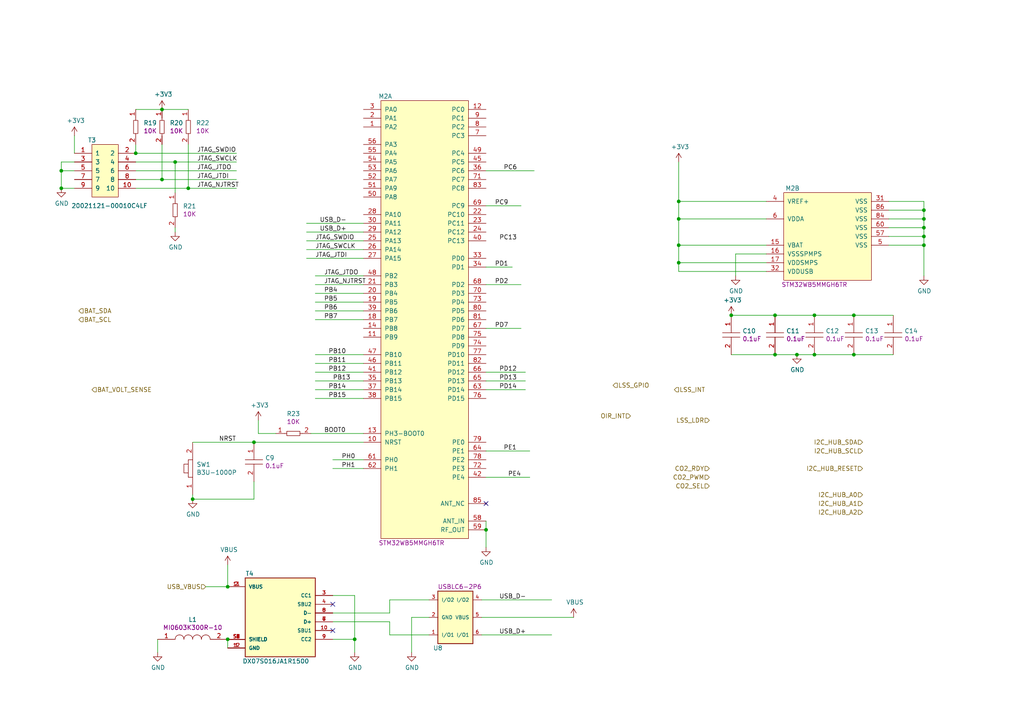
<source format=kicad_sch>
(kicad_sch (version 20231120) (generator "eeschema") (generator_version "8.0")
  (paper "A4")
  (junction (at 231.14 102.87))
  (junction (at 224.79 102.87))
  (junction (at 267.97 63.5))
  (junction (at 267.97 71.12))
  (junction (at 267.97 66.04))
  (junction (at 247.65 91.44))
  (junction (at 196.85 71.12))
  (junction (at 140.97 153.67))
  (junction (at 55.88 144.78))
  (junction (at 212.09 91.44))
  (junction (at 54.61 54.61))
  (junction (at 73.66 128.27))
  (junction (at 247.65 102.87))
  (junction (at 46.99 52.07))
  (junction (at 66.04 185.42))
  (junction (at 236.22 102.87))
  (junction (at 39.37 44.45))
  (junction (at 46.99 31.75))
  (junction (at 236.22 91.44))
  (junction (at 224.79 91.44))
  (junction (at 66.04 170.18))
  (junction (at 50.8 46.99))
  (junction (at 267.97 68.58))
  (junction (at 196.85 63.5))
  (junction (at 196.85 76.2))
  (junction (at 17.78 49.53))
  (junction (at 196.85 58.42))
  (junction (at 102.87 185.42))
  (junction (at 17.78 54.61))
  (junction (at 267.97 60.96))
  (no_connect (at 96.52 182.88))
  (no_connect (at 140.97 146.05))
  (no_connect (at 96.52 175.26))
  (wire (pts (xy 74.93 121.92) (xy 74.93 125.73)))
  (wire (pts (xy 105.41 80.01) (xy 91.44 80.01)))
  (wire (pts (xy 259.08 91.44) (xy 247.65 91.44)))
  (wire (pts (xy 105.41 69.85) (xy 88.9 69.85)))
  (wire (pts (xy 66.04 170.18) (xy 59.69 170.18)))
  (wire (pts (xy 267.97 58.42) (xy 267.97 60.96)))
  (wire (pts (xy 140.97 153.67) (xy 140.97 158.75)))
  (wire (pts (xy 91.44 110.49) (xy 105.41 110.49)))
  (wire (pts (xy 105.41 113.03) (xy 91.44 113.03)))
  (wire (pts (xy 45.72 185.42) (xy 45.72 189.23)))
  (wire (pts (xy 105.41 133.35) (xy 96.52 133.35)))
  (wire (pts (xy 105.41 107.95) (xy 91.44 107.95)))
  (wire (pts (xy 236.22 91.44) (xy 247.65 91.44)))
  (wire (pts (xy 21.59 49.53) (xy 17.78 49.53)))
  (wire (pts (xy 222.25 73.66) (xy 213.36 73.66)))
  (wire (pts (xy 105.41 85.09) (xy 91.44 85.09)))
  (wire (pts (xy 68.58 44.45) (xy 39.37 44.45)))
  (wire (pts (xy 105.41 87.63) (xy 91.44 87.63)))
  (wire (pts (xy 196.85 63.5) (xy 196.85 58.42)))
  (wire (pts (xy 74.93 125.73) (xy 80.01 125.73)))
  (wire (pts (xy 105.41 72.39) (xy 88.9 72.39)))
  (wire (pts (xy 55.88 143.51) (xy 55.88 144.78)))
  (wire (pts (xy 224.79 102.87) (xy 231.14 102.87)))
  (wire (pts (xy 96.52 172.72) (xy 102.87 172.72)))
  (wire (pts (xy 257.81 66.04) (xy 267.97 66.04)))
  (wire (pts (xy 50.8 46.99) (xy 68.58 46.99)))
  (wire (pts (xy 212.09 102.87) (xy 224.79 102.87)))
  (wire (pts (xy 105.41 90.17) (xy 91.44 90.17)))
  (wire (pts (xy 73.66 144.78) (xy 73.66 139.7)))
  (wire (pts (xy 113.03 180.34) (xy 113.03 184.15)))
  (wire (pts (xy 140.97 130.81) (xy 153.67 130.81)))
  (wire (pts (xy 140.97 59.69) (xy 151.13 59.69)))
  (wire (pts (xy 140.97 95.25) (xy 151.13 95.25)))
  (wire (pts (xy 231.14 102.87) (xy 236.22 102.87)))
  (wire (pts (xy 68.58 49.53) (xy 39.37 49.53)))
  (wire (pts (xy 105.41 67.31) (xy 88.9 67.31)))
  (wire (pts (xy 105.41 82.55) (xy 91.44 82.55)))
  (wire (pts (xy 105.41 135.89) (xy 96.52 135.89)))
  (wire (pts (xy 139.7 173.99) (xy 160.02 173.99)))
  (wire (pts (xy 267.97 60.96) (xy 267.97 63.5)))
  (wire (pts (xy 140.97 151.13) (xy 140.97 153.67)))
  (wire (pts (xy 140.97 110.49) (xy 152.4 110.49)))
  (wire (pts (xy 21.59 54.61) (xy 17.78 54.61)))
  (wire (pts (xy 54.61 54.61) (xy 39.37 54.61)))
  (wire (pts (xy 39.37 52.07) (xy 46.99 52.07)))
  (wire (pts (xy 212.09 91.44) (xy 224.79 91.44)))
  (wire (pts (xy 46.99 31.75) (xy 39.37 31.75)))
  (wire (pts (xy 267.97 71.12) (xy 267.97 80.01)))
  (wire (pts (xy 222.25 71.12) (xy 196.85 71.12)))
  (wire (pts (xy 139.7 179.07) (xy 166.37 179.07)))
  (wire (pts (xy 50.8 67.31) (xy 50.8 66.04)))
  (wire (pts (xy 96.52 177.8) (xy 113.03 177.8)))
  (wire (pts (xy 140.97 138.43) (xy 153.67 138.43)))
  (wire (pts (xy 113.03 177.8) (xy 113.03 173.99)))
  (wire (pts (xy 257.81 60.96) (xy 267.97 60.96)))
  (wire (pts (xy 236.22 102.87) (xy 247.65 102.87)))
  (wire (pts (xy 196.85 58.42) (xy 196.85 46.99)))
  (wire (pts (xy 222.25 63.5) (xy 196.85 63.5)))
  (wire (pts (xy 96.52 180.34) (xy 113.03 180.34)))
  (wire (pts (xy 105.41 64.77) (xy 88.9 64.77)))
  (wire (pts (xy 196.85 78.74) (xy 222.25 78.74)))
  (wire (pts (xy 267.97 63.5) (xy 267.97 66.04)))
  (wire (pts (xy 105.41 125.73) (xy 90.17 125.73)))
  (wire (pts (xy 17.78 46.99) (xy 17.78 49.53)))
  (wire (pts (xy 124.46 179.07) (xy 119.38 179.07)))
  (wire (pts (xy 196.85 71.12) (xy 196.85 63.5)))
  (wire (pts (xy 21.59 44.45) (xy 21.59 39.37)))
  (wire (pts (xy 213.36 73.66) (xy 213.36 80.01)))
  (wire (pts (xy 267.97 68.58) (xy 267.97 71.12)))
  (wire (pts (xy 139.7 184.15) (xy 160.02 184.15)))
  (wire (pts (xy 46.99 41.91) (xy 46.99 52.07)))
  (wire (pts (xy 54.61 31.75) (xy 46.99 31.75)))
  (wire (pts (xy 102.87 185.42) (xy 96.52 185.42)))
  (wire (pts (xy 113.03 173.99) (xy 124.46 173.99)))
  (wire (pts (xy 46.99 52.07) (xy 68.58 52.07)))
  (wire (pts (xy 196.85 76.2) (xy 196.85 71.12)))
  (wire (pts (xy 140.97 77.47) (xy 148.59 77.47)))
  (wire (pts (xy 267.97 66.04) (xy 267.97 68.58)))
  (wire (pts (xy 247.65 102.87) (xy 259.08 102.87)))
  (wire (pts (xy 140.97 49.53) (xy 154.94 49.53)))
  (wire (pts (xy 73.66 128.27) (xy 55.88 128.27)))
  (wire (pts (xy 105.41 92.71) (xy 91.44 92.71)))
  (wire (pts (xy 105.41 128.27) (xy 73.66 128.27)))
  (wire (pts (xy 17.78 49.53) (xy 17.78 54.61)))
  (wire (pts (xy 102.87 172.72) (xy 102.87 185.42)))
  (wire (pts (xy 55.88 144.78) (xy 73.66 144.78)))
  (wire (pts (xy 105.41 115.57) (xy 91.44 115.57)))
  (wire (pts (xy 196.85 76.2) (xy 196.85 78.74)))
  (wire (pts (xy 257.81 63.5) (xy 267.97 63.5)))
  (wire (pts (xy 224.79 91.44) (xy 236.22 91.44)))
  (wire (pts (xy 66.04 185.42) (xy 66.04 187.96)))
  (wire (pts (xy 102.87 189.23) (xy 102.87 185.42)))
  (wire (pts (xy 105.41 102.87) (xy 91.44 102.87)))
  (wire (pts (xy 105.41 105.41) (xy 91.44 105.41)))
  (wire (pts (xy 140.97 82.55) (xy 151.13 82.55)))
  (wire (pts (xy 68.58 54.61) (xy 54.61 54.61)))
  (wire (pts (xy 119.38 179.07) (xy 119.38 189.23)))
  (wire (pts (xy 88.9 74.93) (xy 105.41 74.93)))
  (wire (pts (xy 257.81 71.12) (xy 267.97 71.12)))
  (wire (pts (xy 222.25 58.42) (xy 196.85 58.42)))
  (wire (pts (xy 140.97 107.95) (xy 152.4 107.95)))
  (wire (pts (xy 54.61 41.91) (xy 54.61 54.61)))
  (wire (pts (xy 257.81 58.42) (xy 267.97 58.42)))
  (wire (pts (xy 222.25 76.2) (xy 196.85 76.2)))
  (wire (pts (xy 39.37 46.99) (xy 50.8 46.99)))
  (wire (pts (xy 39.37 41.91) (xy 39.37 44.45)))
  (wire (pts (xy 21.59 46.99) (xy 17.78 46.99)))
  (wire (pts (xy 257.81 68.58) (xy 267.97 68.58)))
  (wire (pts (xy 66.04 163.83) (xy 66.04 170.18)))
  (wire (pts (xy 113.03 184.15) (xy 124.46 184.15)))
  (wire (pts (xy 140.97 113.03) (xy 152.4 113.03)))
  (wire (pts (xy 50.8 55.88) (xy 50.8 46.99)))
  (label "PC9" (at 143.51 59.69 0))
  (label "PC6" (at 146.05 49.53 0))
  (label "PD13" (at 144.78 110.49 0))
  (label "PB13" (at 96.52 110.49 0))
  (label "PD7" (at 143.51 95.25 0))
  (label "NRST" (at 63.5 128.27 0))
  (label "JTAG_SWCLK" (at 57.15 46.99 0))
  (label "PD1" (at 143.51 77.47 0))
  (label "USB_D-" (at 144.78 173.99 0))
  (label "USB_D+" (at 144.78 184.15 0))
  (label "PB7" (at 93.98 92.71 0))
  (label "PH1" (at 99.06 135.89 0))
  (label "PC13" (at 144.78 69.85 0))
  (label "BOOT0" (at 93.98 125.73 0))
  (label "PB14" (at 95.25 113.03 0))
  (label "PD12" (at 144.78 107.95 0))
  (label "PD2" (at 143.51 82.55 0))
  (label "PD14" (at 144.78 113.03 0))
  (label "PB15" (at 95.25 115.57 0))
  (label "JTAG_SWDIO" (at 91.44 69.85 0))
  (label "JTAG_JTDO" (at 93.98 80.01 0))
  (label "PE1" (at 146.05 130.81 0))
  (label "PB12" (at 95.25 107.95 0))
  (label "JTAG_NJTRST" (at 93.98 82.55 0))
  (label "JTAG_SWCLK" (at 91.44 72.39 0))
  (label "PB5" (at 93.98 87.63 0))
  (label "JTAG_JTDI" (at 57.15 52.07 0))
  (label "JTAG_NJTRST" (at 57.15 54.61 0))
  (label "JTAG_JTDO" (at 57.15 49.53 0))
  (label "PE4" (at 147.32 138.43 0))
  (label "PB6" (at 93.98 90.17 0))
  (label "PH0" (at 99.06 133.35 0))
  (label "USB_D-" (at 92.71 64.77 0))
  (label "PB4" (at 93.98 85.09 0))
  (label "PB11" (at 95.25 105.41 0))
  (label "JTAG_JTDI" (at 91.44 74.93 0))
  (label "PB10" (at 95.25 102.87 0))
  (label "JTAG_SWDIO" (at 57.15 44.45 0))
  (label "USB_D+" (at 92.71 67.31 0))
  (hierarchical_label "CO2_PWM" (shape input) (at 205.74 138.43 180))
  (hierarchical_label "I2C_HUB_A1" (shape input) (at 250.19 146.05 180))
  (hierarchical_label "USB_VBUS" (shape input) (at 59.69 170.18 180))
  (hierarchical_label "I2C_HUB_A0" (shape input) (at 250.19 143.51 180))
  (hierarchical_label "CO2_SEL" (shape input) (at 205.74 140.97 180))
  (hierarchical_label "CO2_RDY" (shape input) (at 205.74 135.89 180))
  (hierarchical_label "LSS_GPIO" (shape input) (at 177.8 111.76 0))
  (hierarchical_label "I2C_HUB_SCL" (shape input) (at 250.19 130.81 180))
  (hierarchical_label "BAT_VOLT_SENSE" (shape input) (at 26.67 113.03 0))
  (hierarchical_label "BAT_SCL" (shape input) (at 22.86 92.71 0))
  (hierarchical_label "I2C_HUB_SDA" (shape input) (at 250.19 128.27 180))
  (hierarchical_label "BAT_SDA" (shape input) (at 22.86 90.17 0))
  (hierarchical_label "I2C_HUB_A2" (shape input) (at 250.19 148.59 180))
  (hierarchical_label "LSS_INT" (shape input) (at 195.58 113.03 0))
  (hierarchical_label "I2C_HUB_RESET" (shape input) (at 250.19 135.89 180))
  (hierarchical_label "OIR_INT" (shape input) (at 182.88 120.65 180))
  (hierarchical_label "LSS_LDR" (shape input) (at 205.74 121.92 180))
  (symbol (lib_id "AVR-KiCAD-Lib-Modules:STM32WB5MMGH6TR") (at 110.49 29.21 0) (unit 1)
    (property "Reference" "M2" (at 111.76 27.94 0))
    (property "Value" "STM32WB5MMGH6TR" (effects (hide yes)))
    (property "Footprint" "AVR-KiCAD-Lib-Modules:STM32WB5MMGH6TR" (effects (hide yes)))
    (property "Datasheet" "https://www.st.com/resource/en/datasheet/stm32wb5mmg.pdf" (effects (hide yes)))
    (property "Cost QTY: 1" "12.98000" (effects (hide yes)))
    (property "Cost QTY: 1000" "9.01250" (effects (hide yes)))
    (property "Cost QTY: 2500" "*" (effects (hide yes)))
    (property "Cost QTY: 5000" "*" (effects (hide yes)))
    (property "Cost QTY: 10000" "*" (effects (hide yes)))
    (property "MFR" "STMicroelectronics" (effects (hide yes)))
    (property "MFR#" "STM32WB5MMGH6TR" (effects (hide yes)))
    (property "Vendor" "Digikey" (effects (hide yes)))
    (property "Vendor #" "497-STM32WB5MMGH6TR-ND" (effects (hide yes)))
    (property "Designer" "AVR" (effects (hide yes)))
    (property "Height" "1.382mm" (effects (hide yes)))
    (property "Date Created" "2/8/2021" (effects (hide yes)))
    (property "Date Modified" "2/8/2021" (effects (hide yes)))
    (property "Lead-Free ?" "Yes" (effects (hide yes)))
    (property "RoHS Levels" "1" (effects (hide yes)))
    (property "Mounting" "SMT" (effects (hide yes)))
    (property "Pin Count #" "86" (effects (hide yes)))
    (property "Status" "Active" (effects (hide yes)))
    (property "Tolerance" "*" (effects (hide yes)))
    (property "Type" "RF and MCU Integrated Module" (effects (hide yes)))
    (property "Voltage" "1.71-3.6V" (effects (hide yes)))
    (property "Package" "*" (effects (hide yes)))
    (property "Description" "802.15.4, Bluetooth Bluetooth v5.0, Thread, Zigbee® Transceiver Module 2.4GHz Integrated, Chip Surface Mount" (effects (hide yes)))
    (property "_Value_" "STM32WB5MMGH6TR" (at 119.38 157.48 0))
    (property "Management_ID" "*" (effects (hide yes)))
  )
  (symbol (lib_id "AVR-KiCAD-Lib-Modules:STM32WB5MMGH6TR") (at 227.33 55.88 0) (unit 2)
    (property "Reference" "M2" (at 229.87 54.61 0))
    (property "Value" "STM32WB5MMGH6TR" (effects (hide yes)))
    (property "Footprint" "AVR-KiCAD-Lib-Modules:STM32WB5MMGH6TR" (effects (hide yes)))
    (property "Datasheet" "https://www.st.com/resource/en/datasheet/stm32wb5mmg.pdf" (effects (hide yes)))
    (property "Cost QTY: 1" "12.98000" (effects (hide yes)))
    (property "Cost QTY: 1000" "9.01250" (effects (hide yes)))
    (property "Cost QTY: 2500" "*" (effects (hide yes)))
    (property "Cost QTY: 5000" "*" (effects (hide yes)))
    (property "Cost QTY: 10000" "*" (effects (hide yes)))
    (property "MFR" "STMicroelectronics" (effects (hide yes)))
    (property "MFR#" "STM32WB5MMGH6TR" (effects (hide yes)))
    (property "Vendor" "Digikey" (effects (hide yes)))
    (property "Vendor #" "497-STM32WB5MMGH6TR-ND" (effects (hide yes)))
    (property "Designer" "AVR" (effects (hide yes)))
    (property "Height" "1.382mm" (effects (hide yes)))
    (property "Date Created" "2/8/2021" (effects (hide yes)))
    (property "Date Modified" "2/8/2021" (effects (hide yes)))
    (property "Lead-Free ?" "Yes" (effects (hide yes)))
    (property "RoHS Levels" "1" (effects (hide yes)))
    (property "Mounting" "SMT" (effects (hide yes)))
    (property "Pin Count #" "86" (effects (hide yes)))
    (property "Status" "Active" (effects (hide yes)))
    (property "Tolerance" "*" (effects (hide yes)))
    (property "Type" "RF and MCU Integrated Module" (effects (hide yes)))
    (property "Voltage" "1.71-3.6V" (effects (hide yes)))
    (property "Package" "*" (effects (hide yes)))
    (property "Description" "802.15.4, Bluetooth Bluetooth v5.0, Thread, Zigbee® Transceiver Module 2.4GHz Integrated, Chip Surface Mount" (effects (hide yes)))
    (property "_Value_" "STM32WB5MMGH6TR" (at 236.22 82.55 0))
    (property "Management_ID" "*" (effects (hide yes)))
  )
  (symbol (lib_id "SunLeaf-Sense-2.4G-rescue:GND-power") (at 267.97 80.01 0) (unit 1)
    (property "Reference" "#PWR046" (effects (hide yes)))
    (property "Value" "GND" (at 268.097 84.4042 0))
  )
  (symbol (lib_id "AVR-KiCAD-Lib-Connectors:20021121-00010C4LF") (at 26.67 41.91 0) (unit 1)
    (property "Reference" "T3" (at 26.67 40.64 0))
    (property "Value" "20021121-00010C4LF" (at 31.75 59.69 0))
    (property "Footprint" "AVR-KiCAD-Lib-Connectors:20021121-00010C4LF" (effects (hide yes)))
    (property "Datasheet" "https://cdn.amphenol-icc.com/media/wysiwyg/files/drawing/20021121.pdf" (effects (hide yes)))
    (property "Cost QTY: 1" "0.87000" (effects (hide yes)))
    (property "Cost QTY: 1000" "*" (effects (hide yes)))
    (property "Cost QTY: 2500" "*" (effects (hide yes)))
    (property "Cost QTY: 5000" "*" (effects (hide yes)))
    (property "Cost QTY: 10000" "*" (effects (hide yes)))
    (property "MFR" "Amphenol ICC (FCI)" (effects (hide yes)))
    (property "MFR#" "20021121-00010C4LF" (effects (hide yes)))
    (property "Vendor" "Digikey" (effects (hide yes)))
    (property "Vendor #" "609-3695-1-ND" (effects (hide yes)))
    (property "Designer" "AVR" (effects (hide yes)))
    (property "Height" "5.5mm" (effects (hide yes)))
    (property "Date Created" "6/16/2020" (effects (hide yes)))
    (property "Date Modified" "6/16/2020" (effects (hide yes)))
    (property "Lead-Free ?" "Yes" (effects (hide yes)))
    (property "RoHS Levels" "1" (effects (hide yes)))
    (property "Mounting" "SMT" (effects (hide yes)))
    (property "Pin Count #" "10" (effects (hide yes)))
    (property "Status" "Active" (effects (hide yes)))
    (property "Tolerance" "*" (effects (hide yes)))
    (property "Type" "SMT Pin Header" (effects (hide yes)))
    (property "Voltage" "*" (effects (hide yes)))
    (property "Package" "*" (effects (hide yes)))
    (property "Description" "CONN HEADER SMD 10POS 1.27MM" (effects (hide yes)))
    (property "_Value_" "20021121-00010C4LF" (effects (hide yes)))
    (property "Management_ID" "*" (effects (hide yes)))
  )
  (symbol (lib_id "SunLeaf-Sense-2.4G-rescue:+3V3-power") (at 196.85 46.99 0) (unit 1)
    (property "Reference" "#PWR042" (effects (hide yes)))
    (property "Value" "+3V3" (at 197.231 42.5958 0))
  )
  (symbol (lib_id "SunLeaf-Sense-2.4G-rescue:GND-power") (at 213.36 80.01 0) (unit 1)
    (property "Reference" "#PWR044" (effects (hide yes)))
    (property "Value" "GND" (at 213.487 84.4042 0))
  )
  (symbol (lib_id "SunLeaf-Sense-2.4G-rescue:GND-power") (at 140.97 158.75 0) (unit 1)
    (property "Reference" "#PWR040" (effects (hide yes)))
    (property "Value" "GND" (at 141.097 163.1442 0))
  )
  (symbol (lib_id "AVR-KiCAD-Lib-Resistors:RC0402FR-0710KL") (at 85.09 125.73 0) (unit 1)
    (property "Reference" "R23" (at 85.09 120.015 0))
    (property "Value" "RC0402FR-0710KL" (effects (hide yes)))
    (property "Footprint" "AVR-KiCAD-Lib-Resistors:R0402" (effects (hide yes)))
    (property "Datasheet" "https://www.yageo.com/upload/media/product/productsearch/datasheet/rchip/PYu-RC_Group_51_RoHS_L_10.pdf" (effects (hide yes)))
    (property "Cost QTY: 1" "0.10000" (effects (hide yes)))
    (property "Cost QTY: 1000" "0.00289" (effects (hide yes)))
    (property "Cost QTY: 2500" "0.00251" (effects (hide yes)))
    (property "Cost QTY: 5000" "0.00207" (effects (hide yes)))
    (property "Cost QTY: 10000" "*" (effects (hide yes)))
    (property "MFR" "Yageo" (effects (hide yes)))
    (property "MFR#" "RC0402FR-0710KL" (effects (hide yes)))
    (property "Vendor" "Digikey" (effects (hide yes)))
    (property "Vendor #" "311-10.0KLRCT-ND" (effects (hide yes)))
    (property "Designer" "AVR" (effects (hide yes)))
    (property "Height" "0.4mm" (effects (hide yes)))
    (property "Date Created" "12/11/2019" (effects (hide yes)))
    (property "Date Modified" "12/11/2019" (effects (hide yes)))
    (property "Lead-Free ?" "Yes" (effects (hide yes)))
    (property "RoHS Levels" "1" (effects (hide yes)))
    (property "Mounting" "SMT" (effects (hide yes)))
    (property "Pin Count #" "2" (effects (hide yes)))
    (property "Status" "Active" (effects (hide yes)))
    (property "Tolerance" "1%" (effects (hide yes)))
    (property "Type" "Thick FIlm Resistor" (effects (hide yes)))
    (property "Voltage" "*" (effects (hide yes)))
    (property "Package" "0402" (effects (hide yes)))
    (property "_Value_" "10K" (at 85.09 122.3264 0))
    (property "Management_ID" "*" (effects (hide yes)))
    (property "Description" "10 kOhms ±1% 0.063W, 1/16W Chip Resistor 0402 (1005 Metric) Moisture Resistant Thick Film" (effects (hide yes)))
  )
  (symbol (lib_id "AVR-KiCAD-Lib-Mech-Switches:B3U-1000P") (at 55.88 135.89 90) (unit 1)
    (property "Reference" "SW1" (at 56.9976 134.7216 90) (effects (justify right)))
    (property "Value" "B3U-1000P" (at 56.9976 137.033 90) (effects (justify right)))
    (property "Footprint" "AVR-KiCAD-Lib-Mech-Switches:B3U-1000P" (effects (hide yes)))
    (property "Datasheet" "https://omronfs.omron.com/en_US/ecb/products/pdf/en-b3u.pdf" (effects (hide yes)))
    (property "Cost QTY: 1" "0.98000" (effects (hide yes)))
    (property "Cost QTY: 1000" "0.59822" (effects (hide yes)))
    (property "Cost QTY: 2500" "*" (effects (hide yes)))
    (property "Cost QTY: 5000" "*" (effects (hide yes)))
    (property "Cost QTY: 10000" "*" (effects (hide yes)))
    (property "MFR" "Omron Electronics Inc-EMC Div" (effects (hide yes)))
    (property "MFR#" "B3U-1000P" (effects (hide yes)))
    (property "Vendor" "Digikey" (effects (hide yes)))
    (property "Vendor #" "SW1020CT-ND" (effects (hide yes)))
    (property "Designer" "AVR" (effects (hide yes)))
    (property "Height" "1.6mm" (effects (hide yes)))
    (property "Date Created" "6/15/2020" (effects (hide yes)))
    (property "Date Modified" "6/15/2020" (effects (hide yes)))
    (property "Lead-Free ?" "Yes" (effects (hide yes)))
    (property "RoHS Levels" "1" (effects (hide yes)))
    (property "Mounting" "SMT" (effects (hide yes)))
    (property "Pin Count #" "2" (effects (hide yes)))
    (property "Status" "Active" (effects (hide yes)))
    (property "Tolerance" "*" (effects (hide yes)))
    (property "Type" "Switch" (effects (hide yes)))
    (property "Voltage" "*" (effects (hide yes)))
    (property "Package" "Proprietary" (effects (hide yes)))
    (property "Description" "Tactile Switch SPST-NO Top Actuated Surface Mount" (effects (hide yes)))
    (property "_Value_" "B3U-1000P" (effects (hide yes)))
    (property "Management_ID" "*" (effects (hide yes)))
  )
  (symbol (lib_id "AVR-KiCAD-Lib-Capacitors:C0402C104K9PACTU") (at 73.66 133.35 270) (unit 1)
    (property "Reference" "C9" (at 76.9112 132.8166 90) (effects (justify left)))
    (property "Value" "C0402C104K9PACTU" (effects (hide yes)))
    (property "Footprint" "AVR-KiCAD-Lib-Resistors:R0402" (effects (hide yes)))
    (property "Datasheet" "https://content.kemet.com/datasheets/KEM_C1006_X5R_SMD.pdf" (effects (hide yes)))
    (property "Cost QTY: 1" "0.10000" (effects (hide yes)))
    (property "Cost QTY: 1000" "0.01139" (effects (hide yes)))
    (property "Cost QTY: 2500" "0.01035" (effects (hide yes)))
    (property "Cost QTY: 5000" "0.00952" (effects (hide yes)))
    (property "Cost QTY: 10000" "0.00756" (effects (hide yes)))
    (property "MFR" "KEMET" (effects (hide yes)))
    (property "MFR#" "C0402C104K9PACTU" (effects (hide yes)))
    (property "Vendor" "Digikey" (effects (hide yes)))
    (property "Vendor #" "399-3026-6-ND" (effects (hide yes)))
    (property "Designer" "AVR" (effects (hide yes)))
    (property "Height" "0.55mm" (effects (hide yes)))
    (property "Date Created" "12/7/2019" (effects (hide yes)))
    (property "Date Modified" "12/7/2019" (effects (hide yes)))
    (property "Lead-Free ?" "Yes" (effects (hide yes)))
    (property "RoHS Levels" "1" (effects (hide yes)))
    (property "Mounting" "SMT" (effects (hide yes)))
    (property "Pin Count #" "2" (effects (hide yes)))
    (property "Status" "Active" (effects (hide yes)))
    (property "Tolerance" "10%" (effects (hide yes)))
    (property "Type" "Ceramic Cap" (effects (hide yes)))
    (property "Voltage" "6.3V" (effects (hide yes)))
    (property "Package" "0402" (effects (hide yes)))
    (property "Description" "0.1µF ±10% 6.3V Ceramic Capacitor X5R 0402 (1005 Metric)" (effects (hide yes)))
    (property "_Value_" "0.1uF" (at 76.9112 135.128 90) (effects (justify left)))
    (property "Management_ID" "*" (effects (hide yes)))
  )
  (symbol (lib_id "SunLeaf-Sense-2.4G-rescue:GND-power") (at 55.88 144.78 0) (unit 1)
    (property "Reference" "#PWR035" (effects (hide yes)))
    (property "Value" "GND" (at 56.007 149.1742 0))
  )
  (symbol (lib_id "AVR-KiCAD-Lib-Connectors:DX07S016JA1R1500") (at 91.44 167.64 0) (mirror y) (unit 1)
    (property "Reference" "T4" (at 72.39 166.37 0))
    (property "Value" "DX07S016JA1R1500" (at 80.01 191.77 0))
    (property "Footprint" "AVR-KiCAD-Lib-Connectors:JAE_DX07S016JA1R1500" (effects (hide yes)))
    (property "Datasheet" "https://www.jae.com/direct/topics/topics_file_download/?topics_id=91780&ext_no=04&_lang=en&v=2020041313384666992409" (effects (hide yes)))
    (property "Cost QTY: 1" "1.51000" (effects (hide yes)))
    (property "Cost QTY: 1000" "0.81200" (effects (hide yes)))
    (property "Cost QTY: 2500" "*" (effects (hide yes)))
    (property "Cost QTY: 5000" "*" (effects (hide yes)))
    (property "Cost QTY: 10000" "*" (effects (hide yes)))
    (property "MFR" "JAE Electronics" (effects (hide yes)))
    (property "MFR#" "DX07S016JA1R1500" (effects (hide yes)))
    (property "Vendor" "Digikey" (effects (hide yes)))
    (property "Vendor #" "670-DX07S016JA1R1500TR-ND" (effects (hide yes)))
    (property "Designer" "AVR" (effects (hide yes)))
    (property "Height" "3.2mm" (effects (hide yes)))
    (property "Date Created" "2/10/2021" (effects (hide yes)))
    (property "Date Modified" "2/10/2021" (effects (hide yes)))
    (property "Lead-Free ?" "Yes" (effects (hide yes)))
    (property "RoHS Levels" "1" (effects (hide yes)))
    (property "Mounting" "Throughhole & SMT" (effects (hide yes)))
    (property "Pin Count #" "16" (effects (hide yes)))
    (property "Status" "Active" (effects (hide yes)))
    (property "Tolerance" "*" (effects (hide yes)))
    (property "Type" "USB-C" (effects (hide yes)))
    (property "Voltage" "20V" (effects (hide yes)))
    (property "Package" "*" (effects (hide yes)))
    (property "Description" "USB-C (USB TYPE-C) USB 2.0 Receptacle Connector 24 (16+8 Dummy) Position Surface Mount, Right Angle; Through Hole" (effects (hide yes)))
    (property "_Value_" "DX07S016JA1R1500" (effects (hide yes)))
    (property "Management_ID" "*" (effects (hide yes)))
  )
  (symbol (lib_id "SunLeaf-Sense-2.4G-rescue:GND-power") (at 45.72 189.23 0) (unit 1)
    (property "Reference" "#PWR032" (effects (hide yes)))
    (property "Value" "GND" (at 45.847 193.6242 0))
  )
  (symbol (lib_id "AVR-KiCAD-Lib-Capacitors:C0402C104K9PACTU") (at 212.09 96.52 270) (unit 1)
    (property "Reference" "C10" (at 215.3412 95.9866 90) (effects (justify left)))
    (property "Value" "C0402C104K9PACTU" (effects (hide yes)))
    (property "Footprint" "AVR-KiCAD-Lib-Resistors:R0402" (effects (hide yes)))
    (property "Datasheet" "https://content.kemet.com/datasheets/KEM_C1006_X5R_SMD.pdf" (effects (hide yes)))
    (property "Cost QTY: 1" "0.10000" (effects (hide yes)))
    (property "Cost QTY: 1000" "0.01139" (effects (hide yes)))
    (property "Cost QTY: 2500" "0.01035" (effects (hide yes)))
    (property "Cost QTY: 5000" "0.00952" (effects (hide yes)))
    (property "Cost QTY: 10000" "0.00756" (effects (hide yes)))
    (property "MFR" "KEMET" (effects (hide yes)))
    (property "MFR#" "C0402C104K9PACTU" (effects (hide yes)))
    (property "Vendor" "Digikey" (effects (hide yes)))
    (property "Vendor #" "399-3026-6-ND" (effects (hide yes)))
    (property "Designer" "AVR" (effects (hide yes)))
    (property "Height" "0.55mm" (effects (hide yes)))
    (property "Date Created" "12/7/2019" (effects (hide yes)))
    (property "Date Modified" "12/7/2019" (effects (hide yes)))
    (property "Lead-Free ?" "Yes" (effects (hide yes)))
    (property "RoHS Levels" "1" (effects (hide yes)))
    (property "Mounting" "SMT" (effects (hide yes)))
    (property "Pin Count #" "2" (effects (hide yes)))
    (property "Status" "Active" (effects (hide yes)))
    (property "Tolerance" "10%" (effects (hide yes)))
    (property "Type" "Ceramic Cap" (effects (hide yes)))
    (property "Voltage" "6.3V" (effects (hide yes)))
    (property "Package" "0402" (effects (hide yes)))
    (property "Description" "0.1µF ±10% 6.3V Ceramic Capacitor X5R 0402 (1005 Metric)" (effects (hide yes)))
    (property "_Value_" "0.1uF" (at 215.3412 98.298 90) (effects (justify left)))
    (property "Management_ID" "*" (effects (hide yes)))
  )
  (symbol (lib_id "AVR-KiCAD-Lib-Capacitors:C0402C104K9PACTU") (at 224.79 96.52 270) (unit 1)
    (property "Reference" "C11" (at 228.0412 95.9866 90) (effects (justify left)))
    (property "Value" "C0402C104K9PACTU" (effects (hide yes)))
    (property "Footprint" "AVR-KiCAD-Lib-Resistors:R0402" (effects (hide yes)))
    (property "Datasheet" "https://content.kemet.com/datasheets/KEM_C1006_X5R_SMD.pdf" (effects (hide yes)))
    (property "Cost QTY: 1" "0.10000" (effects (hide yes)))
    (property "Cost QTY: 1000" "0.01139" (effects (hide yes)))
    (property "Cost QTY: 2500" "0.01035" (effects (hide yes)))
    (property "Cost QTY: 5000" "0.00952" (effects (hide yes)))
    (property "Cost QTY: 10000" "0.00756" (effects (hide yes)))
    (property "MFR" "KEMET" (effects (hide yes)))
    (property "MFR#" "C0402C104K9PACTU" (effects (hide yes)))
    (property "Vendor" "Digikey" (effects (hide yes)))
    (property "Vendor #" "399-3026-6-ND" (effects (hide yes)))
    (property "Designer" "AVR" (effects (hide yes)))
    (property "Height" "0.55mm" (effects (hide yes)))
    (property "Date Created" "12/7/2019" (effects (hide yes)))
    (property "Date Modified" "12/7/2019" (effects (hide yes)))
    (property "Lead-Free ?" "Yes" (effects (hide yes)))
    (property "RoHS Levels" "1" (effects (hide yes)))
    (property "Mounting" "SMT" (effects (hide yes)))
    (property "Pin Count #" "2" (effects (hide yes)))
    (property "Status" "Active" (effects (hide yes)))
    (property "Tolerance" "10%" (effects (hide yes)))
    (property "Type" "Ceramic Cap" (effects (hide yes)))
    (property "Voltage" "6.3V" (effects (hide yes)))
    (property "Package" "0402" (effects (hide yes)))
    (property "Description" "0.1µF ±10% 6.3V Ceramic Capacitor X5R 0402 (1005 Metric)" (effects (hide yes)))
    (property "_Value_" "0.1uF" (at 228.0412 98.298 90) (effects (justify left)))
    (property "Management_ID" "*" (effects (hide yes)))
  )
  (symbol (lib_id "AVR-KiCAD-Lib-Capacitors:C0402C104K9PACTU") (at 236.22 96.52 270) (unit 1)
    (property "Reference" "C12" (at 239.4712 95.9866 90) (effects (justify left)))
    (property "Value" "C0402C104K9PACTU" (effects (hide yes)))
    (property "Footprint" "AVR-KiCAD-Lib-Resistors:R0402" (effects (hide yes)))
    (property "Datasheet" "https://content.kemet.com/datasheets/KEM_C1006_X5R_SMD.pdf" (effects (hide yes)))
    (property "Cost QTY: 1" "0.10000" (effects (hide yes)))
    (property "Cost QTY: 1000" "0.01139" (effects (hide yes)))
    (property "Cost QTY: 2500" "0.01035" (effects (hide yes)))
    (property "Cost QTY: 5000" "0.00952" (effects (hide yes)))
    (property "Cost QTY: 10000" "0.00756" (effects (hide yes)))
    (property "MFR" "KEMET" (effects (hide yes)))
    (property "MFR#" "C0402C104K9PACTU" (effects (hide yes)))
    (property "Vendor" "Digikey" (effects (hide yes)))
    (property "Vendor #" "399-3026-6-ND" (effects (hide yes)))
    (property "Designer" "AVR" (effects (hide yes)))
    (property "Height" "0.55mm" (effects (hide yes)))
    (property "Date Created" "12/7/2019" (effects (hide yes)))
    (property "Date Modified" "12/7/2019" (effects (hide yes)))
    (property "Lead-Free ?" "Yes" (effects (hide yes)))
    (property "RoHS Levels" "1" (effects (hide yes)))
    (property "Mounting" "SMT" (effects (hide yes)))
    (property "Pin Count #" "2" (effects (hide yes)))
    (property "Status" "Active" (effects (hide yes)))
    (property "Tolerance" "10%" (effects (hide yes)))
    (property "Type" "Ceramic Cap" (effects (hide yes)))
    (property "Voltage" "6.3V" (effects (hide yes)))
    (property "Package" "0402" (effects (hide yes)))
    (property "Description" "0.1µF ±10% 6.3V Ceramic Capacitor X5R 0402 (1005 Metric)" (effects (hide yes)))
    (property "_Value_" "0.1uF" (at 239.4712 98.298 90) (effects (justify left)))
    (property "Management_ID" "*" (effects (hide yes)))
  )
  (symbol (lib_id "AVR-KiCAD-Lib-Capacitors:C0402C104K9PACTU") (at 247.65 96.52 270) (unit 1)
    (property "Reference" "C13" (at 250.9012 95.9866 90) (effects (justify left)))
    (property "Value" "C0402C104K9PACTU" (effects (hide yes)))
    (property "Footprint" "AVR-KiCAD-Lib-Resistors:R0402" (effects (hide yes)))
    (property "Datasheet" "https://content.kemet.com/datasheets/KEM_C1006_X5R_SMD.pdf" (effects (hide yes)))
    (property "Cost QTY: 1" "0.10000" (effects (hide yes)))
    (property "Cost QTY: 1000" "0.01139" (effects (hide yes)))
    (property "Cost QTY: 2500" "0.01035" (effects (hide yes)))
    (property "Cost QTY: 5000" "0.00952" (effects (hide yes)))
    (property "Cost QTY: 10000" "0.00756" (effects (hide yes)))
    (property "MFR" "KEMET" (effects (hide yes)))
    (property "MFR#" "C0402C104K9PACTU" (effects (hide yes)))
    (property "Vendor" "Digikey" (effects (hide yes)))
    (property "Vendor #" "399-3026-6-ND" (effects (hide yes)))
    (property "Designer" "AVR" (effects (hide yes)))
    (property "Height" "0.55mm" (effects (hide yes)))
    (property "Date Created" "12/7/2019" (effects (hide yes)))
    (property "Date Modified" "12/7/2019" (effects (hide yes)))
    (property "Lead-Free ?" "Yes" (effects (hide yes)))
    (property "RoHS Levels" "1" (effects (hide yes)))
    (property "Mounting" "SMT" (effects (hide yes)))
    (property "Pin Count #" "2" (effects (hide yes)))
    (property "Status" "Active" (effects (hide yes)))
    (property "Tolerance" "10%" (effects (hide yes)))
    (property "Type" "Ceramic Cap" (effects (hide yes)))
    (property "Voltage" "6.3V" (effects (hide yes)))
    (property "Package" "0402" (effects (hide yes)))
    (property "Description" "0.1µF ±10% 6.3V Ceramic Capacitor X5R 0402 (1005 Metric)" (effects (hide yes)))
    (property "_Value_" "0.1uF" (at 250.9012 98.298 90) (effects (justify left)))
    (property "Management_ID" "*" (effects (hide yes)))
  )
  (symbol (lib_id "SunLeaf-Sense-2.4G-rescue:+3V3-power") (at 212.09 91.44 0) (unit 1)
    (property "Reference" "#PWR043" (effects (hide yes)))
    (property "Value" "+3V3" (at 212.471 87.0458 0))
  )
  (symbol (lib_id "SunLeaf-Sense-2.4G-rescue:GND-power") (at 231.14 102.87 0) (unit 1)
    (property "Reference" "#PWR045" (effects (hide yes)))
    (property "Value" "GND" (at 231.267 107.2642 0))
  )
  (symbol (lib_id "AVR-KiCAD-Lib-ICs:USBLC6-2P6") (at 127 189.23 0) (mirror x) (unit 1)
    (property "Reference" "U8" (at 127 187.96 0))
    (property "Value" "USBLC6-2P6" (effects (hide yes)))
    (property "Footprint" "AVR-KiCAD-Lib-ICs:SOT50P160X60-6N" (effects (hide yes)))
    (property "Datasheet" "https://www.st.com/content/ccc/resource/technical/document/datasheet/06/1d/48/9c/6c/20/4a/b2/CD00050750.pdf/files/CD00050750.pdf/jcr:content/translations/en.CD00050750.pdf" (effects (hide yes)))
    (property "Cost QTY: 1" "0.57000" (effects (hide yes)))
    (property "Cost QTY: 1000" "0.24640" (effects (hide yes)))
    (property "Cost QTY: 2500" "*" (effects (hide yes)))
    (property "Cost QTY: 5000" "*" (effects (hide yes)))
    (property "Cost QTY: 10000" "*" (effects (hide yes)))
    (property "MFR" "STMicroelectronics" (effects (hide yes)))
    (property "MFR#" "USBLC6-2P6" (effects (hide yes)))
    (property "Vendor" "Digikey" (effects (hide yes)))
    (property "Vendor #" "497-5026-2-ND" (effects (hide yes)))
    (property "Designer" "AVR" (effects (hide yes)))
    (property "Height" "*" (effects (hide yes)))
    (property "Date Created" "2/13/2021" (effects (hide yes)))
    (property "Date Modified" "2/13/2021" (effects (hide yes)))
    (property "Lead-Free ?" "Yes" (effects (hide yes)))
    (property "RoHS Levels" "1" (effects (hide yes)))
    (property "Mounting" "SMT" (effects (hide yes)))
    (property "Pin Count #" "6" (effects (hide yes)))
    (property "Status" "Active" (effects (hide yes)))
    (property "Tolerance" "*" (effects (hide yes)))
    (property "Type" "ESD Supressor USB" (effects (hide yes)))
    (property "Voltage" "17V Clamping" (effects (hide yes)))
    (property "Package" "SOT666" (effects (hide yes)))
    (property "Description" "17V Clamp 5A (8/20µs) Ipp Tvs Diode Surface Mount SOT-666" (effects (hide yes)))
    (property "_Value_" "USBLC6-2P6" (at 133.35 170.18 0))
    (property "Management_ID" "*" (effects (hide yes)))
  )
  (symbol (lib_id "SunLeaf-Sense-2.4G-rescue:GND-power") (at 119.38 189.23 0) (unit 1)
    (property "Reference" "#PWR039" (effects (hide yes)))
    (property "Value" "GND" (at 119.507 193.6242 0))
  )
  (symbol (lib_id "SunLeaf-Sense-2.4G-rescue:GND-power") (at 102.87 189.23 0) (unit 1)
    (property "Reference" "#PWR038" (effects (hide yes)))
    (property "Value" "GND" (at 102.997 193.6242 0))
  )
  (symbol (lib_id "AVR-KiCAD-Lib-Capacitors:C0402C104K9PACTU") (at 259.08 96.52 270) (unit 1)
    (property "Reference" "C14" (at 262.3312 95.9866 90) (effects (justify left)))
    (property "Value" "C0402C104K9PACTU" (effects (hide yes)))
    (property "Footprint" "AVR-KiCAD-Lib-Resistors:R0402" (effects (hide yes)))
    (property "Datasheet" "https://content.kemet.com/datasheets/KEM_C1006_X5R_SMD.pdf" (effects (hide yes)))
    (property "Cost QTY: 1" "0.10000" (effects (hide yes)))
    (property "Cost QTY: 1000" "0.01139" (effects (hide yes)))
    (property "Cost QTY: 2500" "0.01035" (effects (hide yes)))
    (property "Cost QTY: 5000" "0.00952" (effects (hide yes)))
    (property "Cost QTY: 10000" "0.00756" (effects (hide yes)))
    (property "MFR" "KEMET" (effects (hide yes)))
    (property "MFR#" "C0402C104K9PACTU" (effects (hide yes)))
    (property "Vendor" "Digikey" (effects (hide yes)))
    (property "Vendor #" "399-3026-6-ND" (effects (hide yes)))
    (property "Designer" "AVR" (effects (hide yes)))
    (property "Height" "0.55mm" (effects (hide yes)))
    (property "Date Created" "12/7/2019" (effects (hide yes)))
    (property "Date Modified" "12/7/2019" (effects (hide yes)))
    (property "Lead-Free ?" "Yes" (effects (hide yes)))
    (property "RoHS Levels" "1" (effects (hide yes)))
    (property "Mounting" "SMT" (effects (hide yes)))
    (property "Pin Count #" "2" (effects (hide yes)))
    (property "Status" "Active" (effects (hide yes)))
    (property "Tolerance" "10%" (effects (hide yes)))
    (property "Type" "Ceramic Cap" (effects (hide yes)))
    (property "Voltage" "6.3V" (effects (hide yes)))
    (property "Package" "0402" (effects (hide yes)))
    (property "Description" "0.1µF ±10% 6.3V Ceramic Capacitor X5R 0402 (1005 Metric)" (effects (hide yes)))
    (property "_Value_" "0.1uF" (at 262.3312 98.298 90) (effects (justify left)))
    (property "Management_ID" "*" (effects (hide yes)))
  )
  (symbol (lib_id "SunLeaf-Sense-2.4G-rescue:GND-power") (at 17.78 54.61 0) (unit 1)
    (property "Reference" "#PWR030" (effects (hide yes)))
    (property "Value" "GND" (at 17.907 59.0042 0))
  )
  (symbol (lib_id "SunLeaf-Sense-2.4G-rescue:+3V3-power") (at 21.59 39.37 0) (unit 1)
    (property "Reference" "#PWR031" (effects (hide yes)))
    (property "Value" "+3V3" (at 21.971 34.9758 0))
  )
  (symbol (lib_id "AVR-KiCAD-Lib-Resistors:RC0402FR-0710KL") (at 39.37 36.83 270) (unit 1)
    (property "Reference" "R19" (at 41.6052 35.6616 90) (effects (justify left)))
    (property "Value" "RC0402FR-0710KL" (effects (hide yes)))
    (property "Footprint" "AVR-KiCAD-Lib-Resistors:R0402" (effects (hide yes)))
    (property "Datasheet" "https://www.yageo.com/upload/media/product/productsearch/datasheet/rchip/PYu-RC_Group_51_RoHS_L_10.pdf" (effects (hide yes)))
    (property "Cost QTY: 1" "0.10000" (effects (hide yes)))
    (property "Cost QTY: 1000" "0.00289" (effects (hide yes)))
    (property "Cost QTY: 2500" "0.00251" (effects (hide yes)))
    (property "Cost QTY: 5000" "0.00207" (effects (hide yes)))
    (property "Cost QTY: 10000" "*" (effects (hide yes)))
    (property "MFR" "Yageo" (effects (hide yes)))
    (property "MFR#" "RC0402FR-0710KL" (effects (hide yes)))
    (property "Vendor" "Digikey" (effects (hide yes)))
    (property "Vendor #" "311-10.0KLRCT-ND" (effects (hide yes)))
    (property "Designer" "AVR" (effects (hide yes)))
    (property "Height" "0.4mm" (effects (hide yes)))
    (property "Date Created" "12/11/2019" (effects (hide yes)))
    (property "Date Modified" "12/11/2019" (effects (hide yes)))
    (property "Lead-Free ?" "Yes" (effects (hide yes)))
    (property "RoHS Levels" "1" (effects (hide yes)))
    (property "Mounting" "SMT" (effects (hide yes)))
    (property "Pin Count #" "2" (effects (hide yes)))
    (property "Status" "Active" (effects (hide yes)))
    (property "Tolerance" "1%" (effects (hide yes)))
    (property "Type" "Thick FIlm Resistor" (effects (hide yes)))
    (property "Voltage" "*" (effects (hide yes)))
    (property "Package" "0402" (effects (hide yes)))
    (property "_Value_" "10K" (at 41.6052 37.973 90) (effects (justify left)))
    (property "Management_ID" "*" (effects (hide yes)))
    (property "Description" "10 kOhms ±1% 0.063W, 1/16W Chip Resistor 0402 (1005 Metric) Moisture Resistant Thick Film" (effects (hide yes)))
  )
  (symbol (lib_id "AVR-KiCAD-Lib-Resistors:RC0402FR-0710KL") (at 50.8 60.96 270) (unit 1)
    (property "Reference" "R21" (at 53.0352 59.7916 90) (effects (justify left)))
    (property "Value" "RC0402FR-0710KL" (effects (hide yes)))
    (property "Footprint" "AVR-KiCAD-Lib-Resistors:R0402" (effects (hide yes)))
    (property "Datasheet" "https://www.yageo.com/upload/media/product/productsearch/datasheet/rchip/PYu-RC_Group_51_RoHS_L_10.pdf" (effects (hide yes)))
    (property "Cost QTY: 1" "0.10000" (effects (hide yes)))
    (property "Cost QTY: 1000" "0.00289" (effects (hide yes)))
    (property "Cost QTY: 2500" "0.00251" (effects (hide yes)))
    (property "Cost QTY: 5000" "0.00207" (effects (hide yes)))
    (property "Cost QTY: 10000" "*" (effects (hide yes)))
    (property "MFR" "Yageo" (effects (hide yes)))
    (property "MFR#" "RC0402FR-0710KL" (effects (hide yes)))
    (property "Vendor" "Digikey" (effects (hide yes)))
    (property "Vendor #" "311-10.0KLRCT-ND" (effects (hide yes)))
    (property "Designer" "AVR" (effects (hide yes)))
    (property "Height" "0.4mm" (effects (hide yes)))
    (property "Date Created" "12/11/2019" (effects (hide yes)))
    (property "Date Modified" "12/11/2019" (effects (hide yes)))
    (property "Lead-Free ?" "Yes" (effects (hide yes)))
    (property "RoHS Levels" "1" (effects (hide yes)))
    (property "Mounting" "SMT" (effects (hide yes)))
    (property "Pin Count #" "2" (effects (hide yes)))
    (property "Status" "Active" (effects (hide yes)))
    (property "Tolerance" "1%" (effects (hide yes)))
    (property "Type" "Thick FIlm Resistor" (effects (hide yes)))
    (property "Voltage" "*" (effects (hide yes)))
    (property "Package" "0402" (effects (hide yes)))
    (property "_Value_" "10K" (at 53.0352 62.103 90) (effects (justify left)))
    (property "Management_ID" "*" (effects (hide yes)))
    (property "Description" "10 kOhms ±1% 0.063W, 1/16W Chip Resistor 0402 (1005 Metric) Moisture Resistant Thick Film" (effects (hide yes)))
  )
  (symbol (lib_id "AVR-KiCAD-Lib-Resistors:RC0402FR-0710KL") (at 54.61 36.83 270) (unit 1)
    (property "Reference" "R22" (at 56.8452 35.6616 90) (effects (justify left)))
    (property "Value" "RC0402FR-0710KL" (effects (hide yes)))
    (property "Footprint" "AVR-KiCAD-Lib-Resistors:R0402" (effects (hide yes)))
    (property "Datasheet" "https://www.yageo.com/upload/media/product/productsearch/datasheet/rchip/PYu-RC_Group_51_RoHS_L_10.pdf" (effects (hide yes)))
    (property "Cost QTY: 1" "0.10000" (effects (hide yes)))
    (property "Cost QTY: 1000" "0.00289" (effects (hide yes)))
    (property "Cost QTY: 2500" "0.00251" (effects (hide yes)))
    (property "Cost QTY: 5000" "0.00207" (effects (hide yes)))
    (property "Cost QTY: 10000" "*" (effects (hide yes)))
    (property "MFR" "Yageo" (effects (hide yes)))
    (property "MFR#" "RC0402FR-0710KL" (effects (hide yes)))
    (property "Vendor" "Digikey" (effects (hide yes)))
    (property "Vendor #" "311-10.0KLRCT-ND" (effects (hide yes)))
    (property "Designer" "AVR" (effects (hide yes)))
    (property "Height" "0.4mm" (effects (hide yes)))
    (property "Date Created" "12/11/2019" (effects (hide yes)))
    (property "Date Modified" "12/11/2019" (effects (hide yes)))
    (property "Lead-Free ?" "Yes" (effects (hide yes)))
    (property "RoHS Levels" "1" (effects (hide yes)))
    (property "Mounting" "SMT" (effects (hide yes)))
    (property "Pin Count #" "2" (effects (hide yes)))
    (property "Status" "Active" (effects (hide yes)))
    (property "Tolerance" "1%" (effects (hide yes)))
    (property "Type" "Thick FIlm Resistor" (effects (hide yes)))
    (property "Voltage" "*" (effects (hide yes)))
    (property "Package" "0402" (effects (hide yes)))
    (property "_Value_" "10K" (at 56.8452 37.973 90) (effects (justify left)))
    (property "Management_ID" "*" (effects (hide yes)))
    (property "Description" "10 kOhms ±1% 0.063W, 1/16W Chip Resistor 0402 (1005 Metric) Moisture Resistant Thick Film" (effects (hide yes)))
  )
  (symbol (lib_id "AVR-KiCAD-Lib-Resistors:RC0402FR-0710KL") (at 46.99 36.83 270) (unit 1)
    (property "Reference" "R20" (at 49.2252 35.6616 90) (effects (justify left)))
    (property "Value" "RC0402FR-0710KL" (effects (hide yes)))
    (property "Footprint" "AVR-KiCAD-Lib-Resistors:R0402" (effects (hide yes)))
    (property "Datasheet" "https://www.yageo.com/upload/media/product/productsearch/datasheet/rchip/PYu-RC_Group_51_RoHS_L_10.pdf" (effects (hide yes)))
    (property "Cost QTY: 1" "0.10000" (effects (hide yes)))
    (property "Cost QTY: 1000" "0.00289" (effects (hide yes)))
    (property "Cost QTY: 2500" "0.00251" (effects (hide yes)))
    (property "Cost QTY: 5000" "0.00207" (effects (hide yes)))
    (property "Cost QTY: 10000" "*" (effects (hide yes)))
    (property "MFR" "Yageo" (effects (hide yes)))
    (property "MFR#" "RC0402FR-0710KL" (effects (hide yes)))
    (property "Vendor" "Digikey" (effects (hide yes)))
    (property "Vendor #" "311-10.0KLRCT-ND" (effects (hide yes)))
    (property "Designer" "AVR" (effects (hide yes)))
    (property "Height" "0.4mm" (effects (hide yes)))
    (property "Date Created" "12/11/2019" (effects (hide yes)))
    (property "Date Modified" "12/11/2019" (effects (hide yes)))
    (property "Lead-Free ?" "Yes" (effects (hide yes)))
    (property "RoHS Levels" "1" (effects (hide yes)))
    (property "Mounting" "SMT" (effects (hide yes)))
    (property "Pin Count #" "2" (effects (hide yes)))
    (property "Status" "Active" (effects (hide yes)))
    (property "Tolerance" "1%" (effects (hide yes)))
    (property "Type" "Thick FIlm Resistor" (effects (hide yes)))
    (property "Voltage" "*" (effects (hide yes)))
    (property "Package" "0402" (effects (hide yes)))
    (property "_Value_" "10K" (at 49.2252 37.973 90) (effects (justify left)))
    (property "Management_ID" "*" (effects (hide yes)))
    (property "Description" "10 kOhms ±1% 0.063W, 1/16W Chip Resistor 0402 (1005 Metric) Moisture Resistant Thick Film" (effects (hide yes)))
  )
  (symbol (lib_id "SunLeaf-Sense-2.4G-rescue:GND-power") (at 50.8 67.31 0) (unit 1)
    (property "Reference" "#PWR034" (effects (hide yes)))
    (property "Value" "GND" (at 50.927 71.7042 0))
  )
  (symbol (lib_id "SunLeaf-Sense-2.4G-rescue:+3V3-power") (at 46.99 31.75 0) (unit 1)
    (property "Reference" "#PWR033" (effects (hide yes)))
    (property "Value" "+3V3" (at 47.371 27.3558 0))
  )
  (symbol (lib_id "AVR-KiCAD-Lib-Inductors:MI0603K300R-10") (at 55.88 185.42 0) (unit 1)
    (property "Reference" "L1" (at 55.88 179.705 0))
    (property "Value" "MI0603K300R-10" (effects (hide yes)))
    (property "Footprint" "AVR-KiCAD-Lib-Inductors:MI0603K300R-10" (effects (hide yes)))
    (property "Datasheet" "https://www.laird.com/sites/default/files/2018-11/Catalog_EMI%20FILTERING%20RF%200717.pdf" (effects (hide yes)))
    (property "Cost QTY: 1" "0.16000" (effects (hide yes)))
    (property "Cost QTY: 1000" "0.04313" (effects (hide yes)))
    (property "Cost QTY: 2500" "*" (effects (hide yes)))
    (property "Cost QTY: 5000" "*" (effects (hide yes)))
    (property "Cost QTY: 10000" "*" (effects (hide yes)))
    (property "MFR" "Laird-Signal Integrity Products" (effects (hide yes)))
    (property "MFR#" "MI0603K300R-10" (effects (hide yes)))
    (property "Vendor" "Digikey" (effects (hide yes)))
    (property "Vendor #" "240-2373-1-ND" (effects (hide yes)))
    (property "Designer" "AVR" (effects (hide yes)))
    (property "Height" "0.95mm" (effects (hide yes)))
    (property "Date Created" "6/16/2020" (effects (hide yes)))
    (property "Date Modified" "6/16/2020" (effects (hide yes)))
    (property "Lead-Free ?" "Yes" (effects (hide yes)))
    (property "RoHS Levels" "1" (effects (hide yes)))
    (property "Mounting" "SMT" (effects (hide yes)))
    (property "Pin Count #" "2" (effects (hide yes)))
    (property "Status" "Active" (effects (hide yes)))
    (property "Tolerance" "*" (effects (hide yes)))
    (property "Type" "Ferrite Bead" (effects (hide yes)))
    (property "Voltage" "*" (effects (hide yes)))
    (property "Package" "0603" (effects (hide yes)))
    (property "_Value_" "MI0603K300R-10" (at 55.88 182.0164 0))
    (property "Description" "30 Ohms @ 100MHz 1 Power Line Ferrite Bead 0603 (1608 Metric) 1.5A 90mOhm" (effects (hide yes)))
    (property "Management_ID" "*" (effects (hide yes)))
  )
  (symbol (lib_id "SunLeaf-Sense-2.4G-rescue:VBUS-power") (at 66.04 163.83 0) (unit 1)
    (property "Reference" "#PWR036" (effects (hide yes)))
    (property "Value" "VBUS" (at 66.421 159.4358 0))
  )
  (symbol (lib_id "SunLeaf-Sense-2.4G-rescue:VBUS-power") (at 166.37 179.07 0) (unit 1)
    (property "Reference" "#PWR041" (effects (hide yes)))
    (property "Value" "VBUS" (at 166.751 174.6758 0))
  )
  (symbol (lib_id "SunLeaf-Sense-2.4G-rescue:+3V3-power") (at 74.93 121.92 0) (unit 1)
    (property "Reference" "#PWR037" (effects (hide yes)))
    (property "Value" "+3V3" (at 75.311 117.5258 0))
  )
)
</source>
